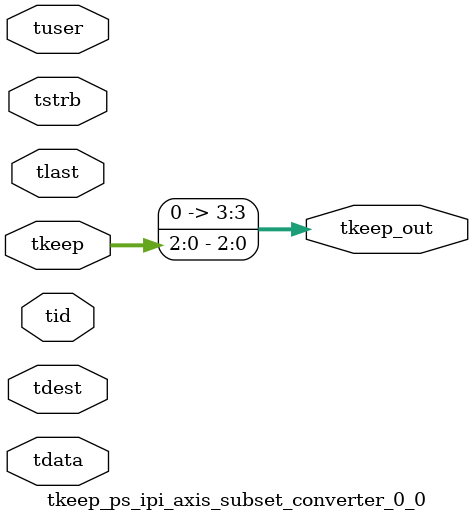
<source format=v>


`timescale 1ps/1ps

module tkeep_ps_ipi_axis_subset_converter_0_0 #
(
parameter C_S_AXIS_TDATA_WIDTH = 32,
parameter C_S_AXIS_TUSER_WIDTH = 0,
parameter C_S_AXIS_TID_WIDTH   = 0,
parameter C_S_AXIS_TDEST_WIDTH = 0,
parameter C_M_AXIS_TDATA_WIDTH = 32
)
(
input  [(C_S_AXIS_TDATA_WIDTH == 0 ? 1 : C_S_AXIS_TDATA_WIDTH)-1:0     ] tdata,
input  [(C_S_AXIS_TUSER_WIDTH == 0 ? 1 : C_S_AXIS_TUSER_WIDTH)-1:0     ] tuser,
input  [(C_S_AXIS_TID_WIDTH   == 0 ? 1 : C_S_AXIS_TID_WIDTH)-1:0       ] tid,
input  [(C_S_AXIS_TDEST_WIDTH == 0 ? 1 : C_S_AXIS_TDEST_WIDTH)-1:0     ] tdest,
input  [(C_S_AXIS_TDATA_WIDTH/8)-1:0 ] tkeep,
input  [(C_S_AXIS_TDATA_WIDTH/8)-1:0 ] tstrb,
input                                                                    tlast,
output [(C_M_AXIS_TDATA_WIDTH/8)-1:0 ] tkeep_out
);

assign tkeep_out = {tkeep[2:0]};

endmodule


</source>
